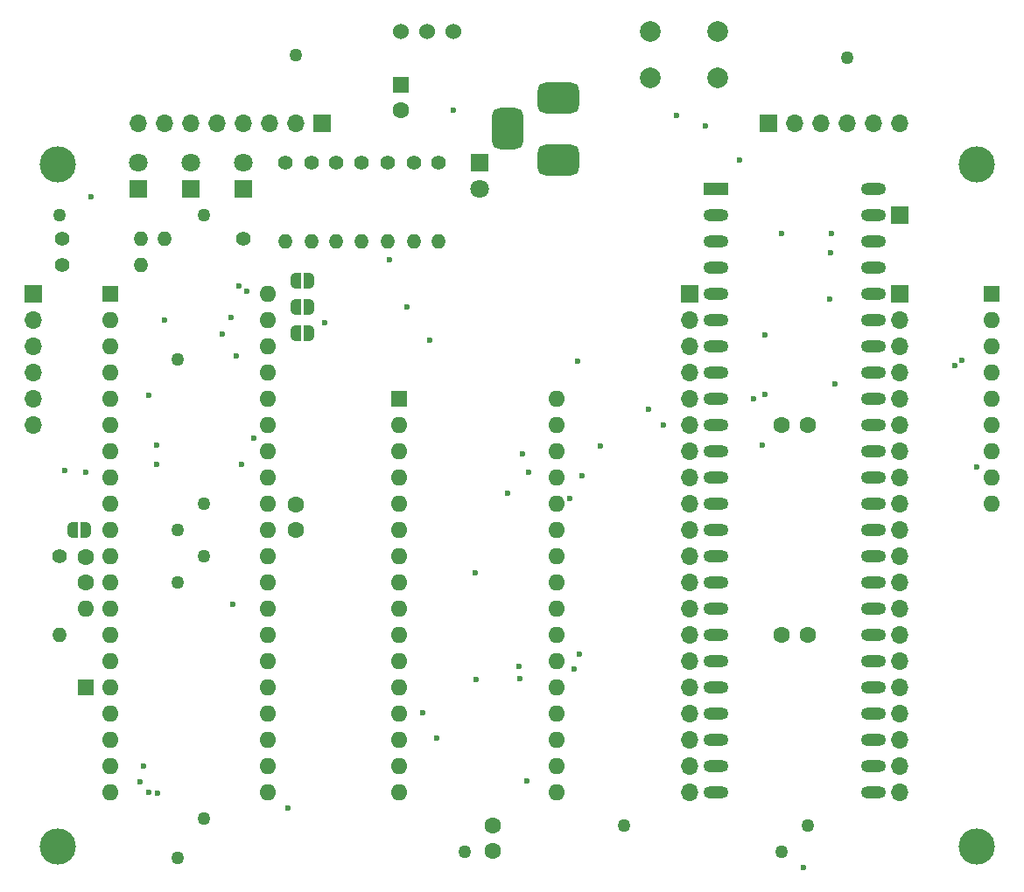
<source format=gts>
G04 #@! TF.GenerationSoftware,KiCad,Pcbnew,(7.0.0)*
G04 #@! TF.CreationDate,2023-05-29T01:19:42+09:00*
G04 #@! TF.ProjectId,EMUPU_RAM40,454d5550-555f-4524-914d-34302e6b6963,003 (DIRECT)*
G04 #@! TF.SameCoordinates,PX55d4a80PY9043270*
G04 #@! TF.FileFunction,Soldermask,Top*
G04 #@! TF.FilePolarity,Negative*
%FSLAX46Y46*%
G04 Gerber Fmt 4.6, Leading zero omitted, Abs format (unit mm)*
G04 Created by KiCad (PCBNEW (7.0.0)) date 2023-05-29 01:19:42*
%MOMM*%
%LPD*%
G01*
G04 APERTURE LIST*
G04 Aperture macros list*
%AMRoundRect*
0 Rectangle with rounded corners*
0 $1 Rounding radius*
0 $2 $3 $4 $5 $6 $7 $8 $9 X,Y pos of 4 corners*
0 Add a 4 corners polygon primitive as box body*
4,1,4,$2,$3,$4,$5,$6,$7,$8,$9,$2,$3,0*
0 Add four circle primitives for the rounded corners*
1,1,$1+$1,$2,$3*
1,1,$1+$1,$4,$5*
1,1,$1+$1,$6,$7*
1,1,$1+$1,$8,$9*
0 Add four rect primitives between the rounded corners*
20,1,$1+$1,$2,$3,$4,$5,0*
20,1,$1+$1,$4,$5,$6,$7,0*
20,1,$1+$1,$6,$7,$8,$9,0*
20,1,$1+$1,$8,$9,$2,$3,0*%
%AMFreePoly0*
4,1,19,0.500000,-0.750000,0.000000,-0.750000,0.000000,-0.744911,-0.071157,-0.744911,-0.207708,-0.704816,-0.327430,-0.627875,-0.420627,-0.520320,-0.479746,-0.390866,-0.500000,-0.250000,-0.500000,0.250000,-0.479746,0.390866,-0.420627,0.520320,-0.327430,0.627875,-0.207708,0.704816,-0.071157,0.744911,0.000000,0.744911,0.000000,0.750000,0.500000,0.750000,0.500000,-0.750000,0.500000,-0.750000,
$1*%
%AMFreePoly1*
4,1,19,0.000000,0.744911,0.071157,0.744911,0.207708,0.704816,0.327430,0.627875,0.420627,0.520320,0.479746,0.390866,0.500000,0.250000,0.500000,-0.250000,0.479746,-0.390866,0.420627,-0.520320,0.327430,-0.627875,0.207708,-0.704816,0.071157,-0.744911,0.000000,-0.744911,0.000000,-0.750000,-0.500000,-0.750000,-0.500000,0.750000,0.000000,0.750000,0.000000,0.744911,0.000000,0.744911,
$1*%
G04 Aperture macros list end*
%ADD10C,1.400000*%
%ADD11O,1.400000X1.400000*%
%ADD12FreePoly0,180.000000*%
%ADD13FreePoly1,180.000000*%
%ADD14R,1.600000X1.600000*%
%ADD15O,1.600000X1.600000*%
%ADD16FreePoly0,0.000000*%
%ADD17FreePoly1,0.000000*%
%ADD18R,1.700000X1.700000*%
%ADD19O,1.700000X1.700000*%
%ADD20RoundRect,0.750000X-1.250000X0.750000X-1.250000X-0.750000X1.250000X-0.750000X1.250000X0.750000X0*%
%ADD21RoundRect,0.750000X-0.750000X1.250000X-0.750000X-1.250000X0.750000X-1.250000X0.750000X1.250000X0*%
%ADD22C,3.500000*%
%ADD23C,1.524000*%
%ADD24R,1.800000X1.800000*%
%ADD25C,1.800000*%
%ADD26C,2.000000*%
%ADD27R,2.400000X1.200000*%
%ADD28O,2.400000X1.200000*%
%ADD29C,1.600000*%
%ADD30C,1.270000*%
%ADD31C,0.600000*%
G04 APERTURE END LIST*
D10*
X34460000Y69990000D03*
D11*
X34459999Y62369999D03*
D10*
X32047000Y69990000D03*
D11*
X32046999Y62369999D03*
D12*
X7790000Y34430000D03*
D13*
X6490000Y34430000D03*
D14*
X10159999Y57289999D03*
D15*
X10159999Y54749999D03*
X10159999Y52209999D03*
X10159999Y49669999D03*
X10159999Y47129999D03*
X10159999Y44589999D03*
X10159999Y42049999D03*
X10159999Y39509999D03*
X10159999Y36969999D03*
X10159999Y34429999D03*
X10159999Y31889999D03*
X10159999Y29349999D03*
X10159999Y26809999D03*
X10159999Y24269999D03*
X10159999Y21729999D03*
X10159999Y19189999D03*
X10159999Y16649999D03*
X10159999Y14109999D03*
X10159999Y11569999D03*
X10159999Y9029999D03*
X25399999Y9029999D03*
X25399999Y11569999D03*
X25399999Y14109999D03*
X25399999Y16649999D03*
X25399999Y19189999D03*
X25399999Y21729999D03*
X25399999Y24269999D03*
X25399999Y26809999D03*
X25399999Y29349999D03*
X25399999Y31889999D03*
X25399999Y34429999D03*
X25399999Y36969999D03*
X25399999Y39509999D03*
X25399999Y42049999D03*
X25399999Y44589999D03*
X25399999Y47129999D03*
X25399999Y49669999D03*
X25399999Y52209999D03*
X25399999Y54749999D03*
X25399999Y57289999D03*
D16*
X28080000Y58560000D03*
D17*
X29380000Y58560000D03*
D18*
X2709999Y57289999D03*
D19*
X2709999Y54749999D03*
X2709999Y52209999D03*
X2709999Y49669999D03*
X2709999Y47129999D03*
X2709999Y44589999D03*
D10*
X5504000Y60084000D03*
D11*
X13123999Y60083999D03*
D20*
X53510000Y70292000D03*
X53510000Y76292000D03*
D21*
X48610000Y73292000D03*
D18*
X86529999Y57289999D03*
D19*
X86529999Y54749999D03*
X86529999Y52209999D03*
X86529999Y49669999D03*
X86529999Y47129999D03*
X86529999Y44589999D03*
X86529999Y42049999D03*
X86529999Y39509999D03*
X86529999Y36969999D03*
X86529999Y34429999D03*
X86529999Y31889999D03*
X86529999Y29349999D03*
X86529999Y26809999D03*
X86529999Y24269999D03*
X86529999Y21729999D03*
X86529999Y19189999D03*
X86529999Y16649999D03*
X86529999Y14109999D03*
X86529999Y11569999D03*
X86529999Y9029999D03*
D10*
X27094000Y69990000D03*
D11*
X27093999Y62369999D03*
D22*
X93980000Y69850000D03*
D10*
X37000000Y69990000D03*
D11*
X36999999Y62369999D03*
D23*
X38270000Y82690000D03*
X40810000Y82690000D03*
X43350000Y82690000D03*
D10*
X41953000Y69990000D03*
D11*
X41952999Y62369999D03*
D18*
X86529999Y64909999D03*
D24*
X23029999Y67449999D03*
D25*
X23030000Y69990000D03*
D10*
X39540000Y69990000D03*
D11*
X39539999Y62369999D03*
D10*
X29634000Y69990000D03*
D11*
X29633999Y62369999D03*
D22*
X5080000Y3835400D03*
D18*
X66209999Y57289999D03*
D19*
X66209999Y54749999D03*
X66209999Y52209999D03*
X66209999Y49669999D03*
X66209999Y47129999D03*
X66209999Y44589999D03*
X66209999Y42049999D03*
X66209999Y39509999D03*
X66209999Y36969999D03*
X66209999Y34429999D03*
X66209999Y31889999D03*
X66209999Y29349999D03*
X66209999Y26809999D03*
X66209999Y24269999D03*
X66209999Y21729999D03*
X66209999Y19189999D03*
X66209999Y16649999D03*
X66209999Y14109999D03*
X66209999Y11569999D03*
X66209999Y9029999D03*
D14*
X7789999Y19189999D03*
D15*
X7789999Y26809999D03*
D12*
X29380000Y53480000D03*
D13*
X28080000Y53480000D03*
D26*
X62400000Y82690000D03*
X68900000Y82690000D03*
X62400000Y78190000D03*
X68900000Y78190000D03*
D27*
X68749999Y67449999D03*
D28*
X68749999Y64909999D03*
X68749999Y62369999D03*
X68749999Y59829999D03*
X68749999Y57289999D03*
X68749999Y54749999D03*
X68749999Y52209999D03*
X68749999Y49669999D03*
X68749999Y47129999D03*
X68749999Y44589999D03*
X68749999Y42049999D03*
X68749999Y39509999D03*
X68749999Y36969999D03*
X68749999Y34429999D03*
X68749999Y31889999D03*
X68749999Y29349999D03*
X68749999Y26809999D03*
X68749999Y24269999D03*
X68749999Y21729999D03*
X68749999Y19189999D03*
X68749999Y16649999D03*
X68749999Y14109999D03*
X68749999Y11569999D03*
X68749999Y9029999D03*
X83989999Y9029999D03*
X83989999Y11569999D03*
X83989999Y14109999D03*
X83989999Y16649999D03*
X83989999Y19189999D03*
X83989999Y21729999D03*
X83989999Y24269999D03*
X83989999Y26809999D03*
X83989999Y29349999D03*
X83989999Y31889999D03*
X83989999Y34429999D03*
X83989999Y36969999D03*
X83989999Y39509999D03*
X83989999Y42049999D03*
X83989999Y44589999D03*
X83989999Y47129999D03*
X83989999Y49669999D03*
X83989999Y52209999D03*
X83989999Y54749999D03*
X83989999Y57289999D03*
X83989999Y59829999D03*
X83989999Y62369999D03*
X83989999Y64909999D03*
X83989999Y67449999D03*
D18*
X73829999Y73799999D03*
D19*
X76369999Y73799999D03*
X78909999Y73799999D03*
X81449999Y73799999D03*
X83989999Y73799999D03*
X86529999Y73799999D03*
D18*
X30649999Y73799999D03*
D19*
X28109999Y73799999D03*
X25569999Y73799999D03*
X23029999Y73799999D03*
X20489999Y73799999D03*
X17949999Y73799999D03*
X15409999Y73799999D03*
X12869999Y73799999D03*
D29*
X77640000Y24270000D03*
X75140000Y24270000D03*
D14*
X38099999Y47129999D03*
D15*
X38099999Y44589999D03*
X38099999Y42049999D03*
X38099999Y39509999D03*
X38099999Y36969999D03*
X38099999Y34429999D03*
X38099999Y31889999D03*
X38099999Y29349999D03*
X38099999Y26809999D03*
X38099999Y24269999D03*
X38099999Y21729999D03*
X38099999Y19189999D03*
X38099999Y16649999D03*
X38099999Y14109999D03*
X38099999Y11569999D03*
X38099999Y9029999D03*
X53339999Y9029999D03*
X53339999Y11569999D03*
X53339999Y14109999D03*
X53339999Y16649999D03*
X53339999Y19189999D03*
X53339999Y21729999D03*
X53339999Y24269999D03*
X53339999Y26809999D03*
X53339999Y29349999D03*
X53339999Y31889999D03*
X53339999Y34429999D03*
X53339999Y36969999D03*
X53339999Y39509999D03*
X53339999Y42049999D03*
X53339999Y44589999D03*
X53339999Y47129999D03*
D29*
X7790000Y31870000D03*
X7790000Y29370000D03*
X28110000Y36930000D03*
X28110000Y34430000D03*
D14*
X38269999Y77569999D03*
D29*
X38270000Y75070000D03*
D24*
X17949999Y67449999D03*
D25*
X17950000Y69990000D03*
D24*
X45889999Y69989999D03*
D25*
X45890000Y67450000D03*
D10*
X23030000Y62624000D03*
D11*
X15409999Y62623999D03*
D10*
X5504000Y62624000D03*
D11*
X13123999Y62623999D03*
D10*
X5250000Y31890000D03*
D11*
X5249999Y24269999D03*
D24*
X12869999Y67449999D03*
D25*
X12870000Y69990000D03*
D22*
X93980000Y3810000D03*
X5080000Y69850000D03*
D29*
X77640000Y44590000D03*
X75140000Y44590000D03*
D16*
X28110000Y56020000D03*
D17*
X29410000Y56020000D03*
D29*
X47160000Y5855000D03*
X47160000Y3355000D03*
D14*
X95419999Y57289999D03*
D15*
X95419999Y54749999D03*
X95419999Y52209999D03*
X95419999Y49669999D03*
X95419999Y47129999D03*
X95419999Y44589999D03*
X95419999Y42049999D03*
X95419999Y39509999D03*
X95419999Y36969999D03*
D30*
X5250000Y64910000D03*
X77640000Y5855000D03*
X19220000Y64910000D03*
X19220000Y31890000D03*
X19220000Y6490000D03*
X59860000Y5855000D03*
X81450000Y80150000D03*
X28110000Y80404000D03*
X19220000Y36970000D03*
D31*
X64940000Y74562000D03*
X43350000Y75070000D03*
D30*
X16680000Y50940000D03*
X16680000Y29350000D03*
X16680000Y2680000D03*
X16680000Y34430000D03*
D31*
X79926000Y63132000D03*
X75140000Y63132000D03*
D30*
X44480000Y3315000D03*
X75100000Y3315000D03*
D31*
X15410000Y54750000D03*
X20986000Y53397600D03*
X50604000Y40045000D03*
X14648000Y40780000D03*
X22903000Y40780000D03*
X57574000Y42558000D03*
X37203000Y60659100D03*
X92543000Y50880000D03*
X14614400Y42685000D03*
X14708000Y8949000D03*
X41064000Y52845000D03*
X73479000Y53338900D03*
X71023873Y70231873D03*
X22019000Y27293000D03*
X13078000Y10051000D03*
X80313000Y48634000D03*
X55805000Y39738000D03*
X54618000Y37527000D03*
X41737500Y14275500D03*
X55010000Y20956000D03*
X40382000Y16794000D03*
X55588000Y22441000D03*
X62273000Y46114000D03*
X63670000Y44590000D03*
X27348000Y7506000D03*
X73281000Y42657000D03*
X72388000Y47128000D03*
X45440500Y30307500D03*
X73467000Y47584000D03*
X93972000Y40526800D03*
X79774600Y56815500D03*
X22649000Y58052000D03*
X67724628Y73538011D03*
X77186000Y1762000D03*
X13906000Y9069000D03*
X79877000Y61283200D03*
X91906000Y50369000D03*
X50446000Y10157000D03*
X48590000Y38033000D03*
X45557427Y19951676D03*
X49700000Y21229500D03*
X49755200Y20088100D03*
X21852202Y55004276D03*
X50081100Y41822800D03*
X13886000Y47511000D03*
X22333100Y51279300D03*
X38905000Y56020000D03*
X23411000Y57544000D03*
X8298000Y66688000D03*
X5744500Y40232100D03*
X13387000Y11623000D03*
X30904000Y54496000D03*
X55415000Y50813000D03*
X24046000Y43320000D03*
X7790000Y40018000D03*
M02*

</source>
